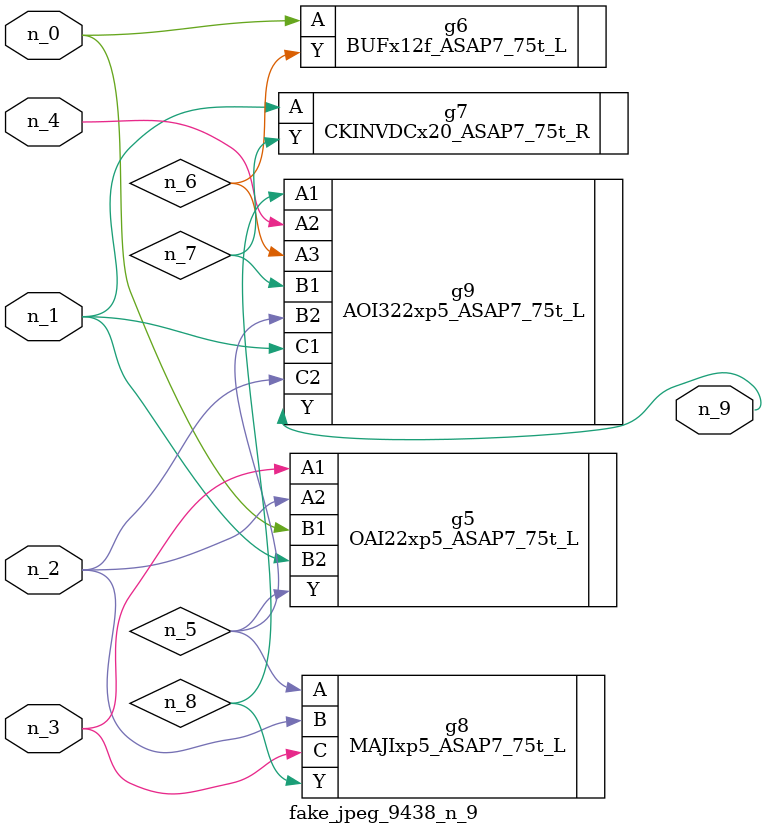
<source format=v>
module fake_jpeg_9438_n_9 (n_3, n_2, n_1, n_0, n_4, n_9);

input n_3;
input n_2;
input n_1;
input n_0;
input n_4;

output n_9;

wire n_8;
wire n_6;
wire n_5;
wire n_7;

OAI22xp5_ASAP7_75t_L g5 ( 
.A1(n_3),
.A2(n_2),
.B1(n_0),
.B2(n_1),
.Y(n_5)
);

BUFx12f_ASAP7_75t_L g6 ( 
.A(n_0),
.Y(n_6)
);

CKINVDCx20_ASAP7_75t_R g7 ( 
.A(n_1),
.Y(n_7)
);

MAJIxp5_ASAP7_75t_L g8 ( 
.A(n_5),
.B(n_2),
.C(n_3),
.Y(n_8)
);

AOI322xp5_ASAP7_75t_L g9 ( 
.A1(n_8),
.A2(n_4),
.A3(n_6),
.B1(n_7),
.B2(n_5),
.C1(n_1),
.C2(n_2),
.Y(n_9)
);


endmodule
</source>
